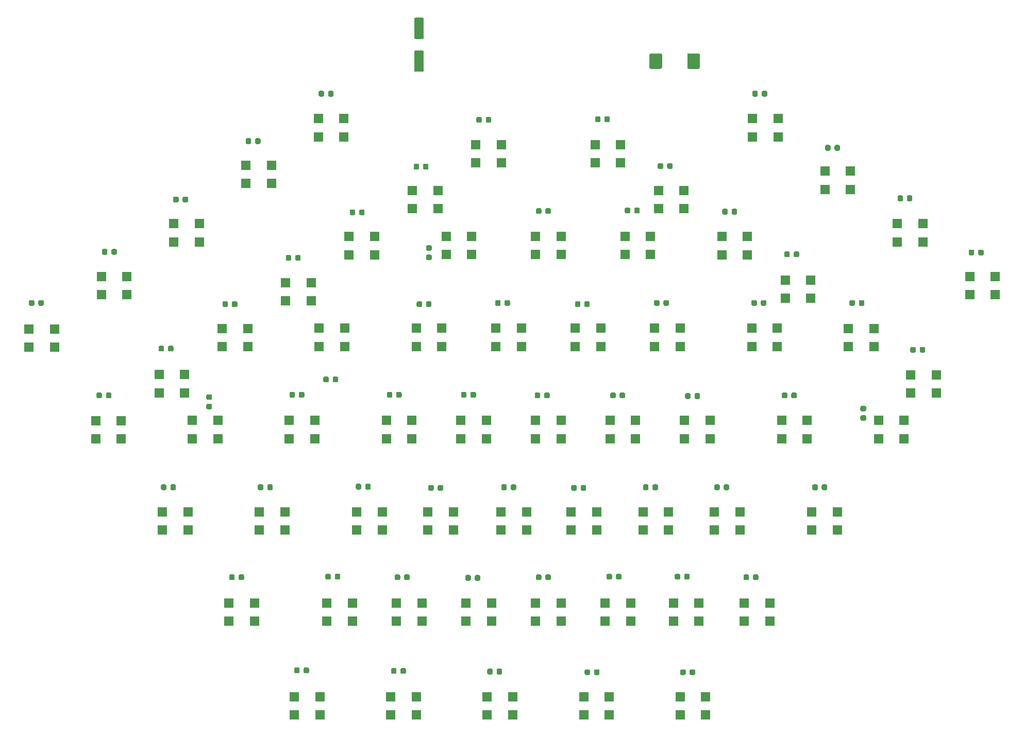
<source format=gbr>
%TF.GenerationSoftware,KiCad,Pcbnew,(5.1.7-0-10_14)*%
%TF.CreationDate,2021-04-08T12:21:10+02:00*%
%TF.ProjectId,MDMA,4d444d41-2e6b-4696-9361-645f70636258,rev?*%
%TF.SameCoordinates,Original*%
%TF.FileFunction,Paste,Top*%
%TF.FilePolarity,Positive*%
%FSLAX46Y46*%
G04 Gerber Fmt 4.6, Leading zero omitted, Abs format (unit mm)*
G04 Created by KiCad (PCBNEW (5.1.7-0-10_14)) date 2021-04-08 12:21:10*
%MOMM*%
%LPD*%
G01*
G04 APERTURE LIST*
%ADD10R,1.500000X1.500000*%
G04 APERTURE END LIST*
%TO.C,C64*%
G36*
G01*
X167975000Y-64925000D02*
X167975000Y-62875000D01*
G75*
G02*
X168225000Y-62625000I250000J0D01*
G01*
X169800000Y-62625000D01*
G75*
G02*
X170050000Y-62875000I0J-250000D01*
G01*
X170050000Y-64925000D01*
G75*
G02*
X169800000Y-65175000I-250000J0D01*
G01*
X168225000Y-65175000D01*
G75*
G02*
X167975000Y-64925000I0J250000D01*
G01*
G37*
G36*
G01*
X161750000Y-64925000D02*
X161750000Y-62875000D01*
G75*
G02*
X162000000Y-62625000I250000J0D01*
G01*
X163575000Y-62625000D01*
G75*
G02*
X163825000Y-62875000I0J-250000D01*
G01*
X163825000Y-64925000D01*
G75*
G02*
X163575000Y-65175000I-250000J0D01*
G01*
X162000000Y-65175000D01*
G75*
G02*
X161750000Y-64925000I0J250000D01*
G01*
G37*
%TD*%
%TO.C,C63*%
G36*
G01*
X124450000Y-60250000D02*
X123350000Y-60250000D01*
G75*
G02*
X123100000Y-60000000I0J250000D01*
G01*
X123100000Y-57000000D01*
G75*
G02*
X123350000Y-56750000I250000J0D01*
G01*
X124450000Y-56750000D01*
G75*
G02*
X124700000Y-57000000I0J-250000D01*
G01*
X124700000Y-60000000D01*
G75*
G02*
X124450000Y-60250000I-250000J0D01*
G01*
G37*
G36*
G01*
X124450000Y-65650000D02*
X123350000Y-65650000D01*
G75*
G02*
X123100000Y-65400000I0J250000D01*
G01*
X123100000Y-62400000D01*
G75*
G02*
X123350000Y-62150000I250000J0D01*
G01*
X124450000Y-62150000D01*
G75*
G02*
X124700000Y-62400000I0J-250000D01*
G01*
X124700000Y-65400000D01*
G75*
G02*
X124450000Y-65650000I-250000J0D01*
G01*
G37*
%TD*%
%TO.C,C1*%
G36*
G01*
X168365000Y-164600000D02*
X168365000Y-164100000D01*
G75*
G02*
X168590000Y-163875000I225000J0D01*
G01*
X169040000Y-163875000D01*
G75*
G02*
X169265000Y-164100000I0J-225000D01*
G01*
X169265000Y-164600000D01*
G75*
G02*
X169040000Y-164825000I-225000J0D01*
G01*
X168590000Y-164825000D01*
G75*
G02*
X168365000Y-164600000I0J225000D01*
G01*
G37*
G36*
G01*
X166815000Y-164600000D02*
X166815000Y-164100000D01*
G75*
G02*
X167040000Y-163875000I225000J0D01*
G01*
X167490000Y-163875000D01*
G75*
G02*
X167715000Y-164100000I0J-225000D01*
G01*
X167715000Y-164600000D01*
G75*
G02*
X167490000Y-164825000I-225000J0D01*
G01*
X167040000Y-164825000D01*
G75*
G02*
X166815000Y-164600000I0J225000D01*
G01*
G37*
%TD*%
%TO.C,C2*%
G36*
G01*
X152665000Y-164600000D02*
X152665000Y-164100000D01*
G75*
G02*
X152890000Y-163875000I225000J0D01*
G01*
X153340000Y-163875000D01*
G75*
G02*
X153565000Y-164100000I0J-225000D01*
G01*
X153565000Y-164600000D01*
G75*
G02*
X153340000Y-164825000I-225000J0D01*
G01*
X152890000Y-164825000D01*
G75*
G02*
X152665000Y-164600000I0J225000D01*
G01*
G37*
G36*
G01*
X151115000Y-164600000D02*
X151115000Y-164100000D01*
G75*
G02*
X151340000Y-163875000I225000J0D01*
G01*
X151790000Y-163875000D01*
G75*
G02*
X152015000Y-164100000I0J-225000D01*
G01*
X152015000Y-164600000D01*
G75*
G02*
X151790000Y-164825000I-225000J0D01*
G01*
X151340000Y-164825000D01*
G75*
G02*
X151115000Y-164600000I0J225000D01*
G01*
G37*
%TD*%
%TO.C,C3*%
G36*
G01*
X162265000Y-134200000D02*
X162265000Y-133700000D01*
G75*
G02*
X162490000Y-133475000I225000J0D01*
G01*
X162940000Y-133475000D01*
G75*
G02*
X163165000Y-133700000I0J-225000D01*
G01*
X163165000Y-134200000D01*
G75*
G02*
X162940000Y-134425000I-225000J0D01*
G01*
X162490000Y-134425000D01*
G75*
G02*
X162265000Y-134200000I0J225000D01*
G01*
G37*
G36*
G01*
X160715000Y-134200000D02*
X160715000Y-133700000D01*
G75*
G02*
X160940000Y-133475000I225000J0D01*
G01*
X161390000Y-133475000D01*
G75*
G02*
X161615000Y-133700000I0J-225000D01*
G01*
X161615000Y-134200000D01*
G75*
G02*
X161390000Y-134425000I-225000J0D01*
G01*
X160940000Y-134425000D01*
G75*
G02*
X160715000Y-134200000I0J225000D01*
G01*
G37*
%TD*%
%TO.C,C4*%
G36*
G01*
X136665000Y-164500000D02*
X136665000Y-164000000D01*
G75*
G02*
X136890000Y-163775000I225000J0D01*
G01*
X137340000Y-163775000D01*
G75*
G02*
X137565000Y-164000000I0J-225000D01*
G01*
X137565000Y-164500000D01*
G75*
G02*
X137340000Y-164725000I-225000J0D01*
G01*
X136890000Y-164725000D01*
G75*
G02*
X136665000Y-164500000I0J225000D01*
G01*
G37*
G36*
G01*
X135115000Y-164500000D02*
X135115000Y-164000000D01*
G75*
G02*
X135340000Y-163775000I225000J0D01*
G01*
X135790000Y-163775000D01*
G75*
G02*
X136015000Y-164000000I0J-225000D01*
G01*
X136015000Y-164500000D01*
G75*
G02*
X135790000Y-164725000I-225000J0D01*
G01*
X135340000Y-164725000D01*
G75*
G02*
X135115000Y-164500000I0J225000D01*
G01*
G37*
%TD*%
%TO.C,C5*%
G36*
G01*
X173965000Y-134200000D02*
X173965000Y-133700000D01*
G75*
G02*
X174190000Y-133475000I225000J0D01*
G01*
X174640000Y-133475000D01*
G75*
G02*
X174865000Y-133700000I0J-225000D01*
G01*
X174865000Y-134200000D01*
G75*
G02*
X174640000Y-134425000I-225000J0D01*
G01*
X174190000Y-134425000D01*
G75*
G02*
X173965000Y-134200000I0J225000D01*
G01*
G37*
G36*
G01*
X172415000Y-134200000D02*
X172415000Y-133700000D01*
G75*
G02*
X172640000Y-133475000I225000J0D01*
G01*
X173090000Y-133475000D01*
G75*
G02*
X173315000Y-133700000I0J-225000D01*
G01*
X173315000Y-134200000D01*
G75*
G02*
X173090000Y-134425000I-225000J0D01*
G01*
X172640000Y-134425000D01*
G75*
G02*
X172415000Y-134200000I0J225000D01*
G01*
G37*
%TD*%
%TO.C,C6*%
G36*
G01*
X150465000Y-134300000D02*
X150465000Y-133800000D01*
G75*
G02*
X150690000Y-133575000I225000J0D01*
G01*
X151140000Y-133575000D01*
G75*
G02*
X151365000Y-133800000I0J-225000D01*
G01*
X151365000Y-134300000D01*
G75*
G02*
X151140000Y-134525000I-225000J0D01*
G01*
X150690000Y-134525000D01*
G75*
G02*
X150465000Y-134300000I0J225000D01*
G01*
G37*
G36*
G01*
X148915000Y-134300000D02*
X148915000Y-133800000D01*
G75*
G02*
X149140000Y-133575000I225000J0D01*
G01*
X149590000Y-133575000D01*
G75*
G02*
X149815000Y-133800000I0J-225000D01*
G01*
X149815000Y-134300000D01*
G75*
G02*
X149590000Y-134525000I-225000J0D01*
G01*
X149140000Y-134525000D01*
G75*
G02*
X148915000Y-134300000I0J225000D01*
G01*
G37*
%TD*%
%TO.C,C7*%
G36*
G01*
X120865000Y-164400000D02*
X120865000Y-163900000D01*
G75*
G02*
X121090000Y-163675000I225000J0D01*
G01*
X121540000Y-163675000D01*
G75*
G02*
X121765000Y-163900000I0J-225000D01*
G01*
X121765000Y-164400000D01*
G75*
G02*
X121540000Y-164625000I-225000J0D01*
G01*
X121090000Y-164625000D01*
G75*
G02*
X120865000Y-164400000I0J225000D01*
G01*
G37*
G36*
G01*
X119315000Y-164400000D02*
X119315000Y-163900000D01*
G75*
G02*
X119540000Y-163675000I225000J0D01*
G01*
X119990000Y-163675000D01*
G75*
G02*
X120215000Y-163900000I0J-225000D01*
G01*
X120215000Y-164400000D01*
G75*
G02*
X119990000Y-164625000I-225000J0D01*
G01*
X119540000Y-164625000D01*
G75*
G02*
X119315000Y-164400000I0J225000D01*
G01*
G37*
%TD*%
%TO.C,C8*%
G36*
G01*
X190065000Y-134200000D02*
X190065000Y-133700000D01*
G75*
G02*
X190290000Y-133475000I225000J0D01*
G01*
X190740000Y-133475000D01*
G75*
G02*
X190965000Y-133700000I0J-225000D01*
G01*
X190965000Y-134200000D01*
G75*
G02*
X190740000Y-134425000I-225000J0D01*
G01*
X190290000Y-134425000D01*
G75*
G02*
X190065000Y-134200000I0J225000D01*
G01*
G37*
G36*
G01*
X188515000Y-134200000D02*
X188515000Y-133700000D01*
G75*
G02*
X188740000Y-133475000I225000J0D01*
G01*
X189190000Y-133475000D01*
G75*
G02*
X189415000Y-133700000I0J-225000D01*
G01*
X189415000Y-134200000D01*
G75*
G02*
X189190000Y-134425000I-225000J0D01*
G01*
X188740000Y-134425000D01*
G75*
G02*
X188515000Y-134200000I0J225000D01*
G01*
G37*
%TD*%
%TO.C,C9*%
G36*
G01*
X138965000Y-134200000D02*
X138965000Y-133700000D01*
G75*
G02*
X139190000Y-133475000I225000J0D01*
G01*
X139640000Y-133475000D01*
G75*
G02*
X139865000Y-133700000I0J-225000D01*
G01*
X139865000Y-134200000D01*
G75*
G02*
X139640000Y-134425000I-225000J0D01*
G01*
X139190000Y-134425000D01*
G75*
G02*
X138965000Y-134200000I0J225000D01*
G01*
G37*
G36*
G01*
X137415000Y-134200000D02*
X137415000Y-133700000D01*
G75*
G02*
X137640000Y-133475000I225000J0D01*
G01*
X138090000Y-133475000D01*
G75*
G02*
X138315000Y-133700000I0J-225000D01*
G01*
X138315000Y-134200000D01*
G75*
G02*
X138090000Y-134425000I-225000J0D01*
G01*
X137640000Y-134425000D01*
G75*
G02*
X137415000Y-134200000I0J225000D01*
G01*
G37*
%TD*%
%TO.C,C10*%
G36*
G01*
X104940000Y-164300000D02*
X104940000Y-163800000D01*
G75*
G02*
X105165000Y-163575000I225000J0D01*
G01*
X105615000Y-163575000D01*
G75*
G02*
X105840000Y-163800000I0J-225000D01*
G01*
X105840000Y-164300000D01*
G75*
G02*
X105615000Y-164525000I-225000J0D01*
G01*
X105165000Y-164525000D01*
G75*
G02*
X104940000Y-164300000I0J225000D01*
G01*
G37*
G36*
G01*
X103390000Y-164300000D02*
X103390000Y-163800000D01*
G75*
G02*
X103615000Y-163575000I225000J0D01*
G01*
X104065000Y-163575000D01*
G75*
G02*
X104290000Y-163800000I0J-225000D01*
G01*
X104290000Y-164300000D01*
G75*
G02*
X104065000Y-164525000I-225000J0D01*
G01*
X103615000Y-164525000D01*
G75*
G02*
X103390000Y-164300000I0J225000D01*
G01*
G37*
%TD*%
%TO.C,C11*%
G36*
G01*
X115065000Y-134100000D02*
X115065000Y-133600000D01*
G75*
G02*
X115290000Y-133375000I225000J0D01*
G01*
X115740000Y-133375000D01*
G75*
G02*
X115965000Y-133600000I0J-225000D01*
G01*
X115965000Y-134100000D01*
G75*
G02*
X115740000Y-134325000I-225000J0D01*
G01*
X115290000Y-134325000D01*
G75*
G02*
X115065000Y-134100000I0J225000D01*
G01*
G37*
G36*
G01*
X113515000Y-134100000D02*
X113515000Y-133600000D01*
G75*
G02*
X113740000Y-133375000I225000J0D01*
G01*
X114190000Y-133375000D01*
G75*
G02*
X114415000Y-133600000I0J-225000D01*
G01*
X114415000Y-134100000D01*
G75*
G02*
X114190000Y-134325000I-225000J0D01*
G01*
X113740000Y-134325000D01*
G75*
G02*
X113515000Y-134100000I0J225000D01*
G01*
G37*
%TD*%
%TO.C,C12*%
G36*
G01*
X178765000Y-149000000D02*
X178765000Y-148500000D01*
G75*
G02*
X178990000Y-148275000I225000J0D01*
G01*
X179440000Y-148275000D01*
G75*
G02*
X179665000Y-148500000I0J-225000D01*
G01*
X179665000Y-149000000D01*
G75*
G02*
X179440000Y-149225000I-225000J0D01*
G01*
X178990000Y-149225000D01*
G75*
G02*
X178765000Y-149000000I0J225000D01*
G01*
G37*
G36*
G01*
X177215000Y-149000000D02*
X177215000Y-148500000D01*
G75*
G02*
X177440000Y-148275000I225000J0D01*
G01*
X177890000Y-148275000D01*
G75*
G02*
X178115000Y-148500000I0J-225000D01*
G01*
X178115000Y-149000000D01*
G75*
G02*
X177890000Y-149225000I-225000J0D01*
G01*
X177440000Y-149225000D01*
G75*
G02*
X177215000Y-149000000I0J225000D01*
G01*
G37*
%TD*%
%TO.C,C13*%
G36*
G01*
X126965000Y-134300000D02*
X126965000Y-133800000D01*
G75*
G02*
X127190000Y-133575000I225000J0D01*
G01*
X127640000Y-133575000D01*
G75*
G02*
X127865000Y-133800000I0J-225000D01*
G01*
X127865000Y-134300000D01*
G75*
G02*
X127640000Y-134525000I-225000J0D01*
G01*
X127190000Y-134525000D01*
G75*
G02*
X126965000Y-134300000I0J225000D01*
G01*
G37*
G36*
G01*
X125415000Y-134300000D02*
X125415000Y-133800000D01*
G75*
G02*
X125640000Y-133575000I225000J0D01*
G01*
X126090000Y-133575000D01*
G75*
G02*
X126315000Y-133800000I0J-225000D01*
G01*
X126315000Y-134300000D01*
G75*
G02*
X126090000Y-134525000I-225000J0D01*
G01*
X125640000Y-134525000D01*
G75*
G02*
X125415000Y-134300000I0J225000D01*
G01*
G37*
%TD*%
%TO.C,C14*%
G36*
G01*
X94265000Y-149000000D02*
X94265000Y-148500000D01*
G75*
G02*
X94490000Y-148275000I225000J0D01*
G01*
X94940000Y-148275000D01*
G75*
G02*
X95165000Y-148500000I0J-225000D01*
G01*
X95165000Y-149000000D01*
G75*
G02*
X94940000Y-149225000I-225000J0D01*
G01*
X94490000Y-149225000D01*
G75*
G02*
X94265000Y-149000000I0J225000D01*
G01*
G37*
G36*
G01*
X92715000Y-149000000D02*
X92715000Y-148500000D01*
G75*
G02*
X92940000Y-148275000I225000J0D01*
G01*
X93390000Y-148275000D01*
G75*
G02*
X93615000Y-148500000I0J-225000D01*
G01*
X93615000Y-149000000D01*
G75*
G02*
X93390000Y-149225000I-225000J0D01*
G01*
X92940000Y-149225000D01*
G75*
G02*
X92715000Y-149000000I0J225000D01*
G01*
G37*
%TD*%
%TO.C,C15*%
G36*
G01*
X185065000Y-119100000D02*
X185065000Y-118600000D01*
G75*
G02*
X185290000Y-118375000I225000J0D01*
G01*
X185740000Y-118375000D01*
G75*
G02*
X185965000Y-118600000I0J-225000D01*
G01*
X185965000Y-119100000D01*
G75*
G02*
X185740000Y-119325000I-225000J0D01*
G01*
X185290000Y-119325000D01*
G75*
G02*
X185065000Y-119100000I0J225000D01*
G01*
G37*
G36*
G01*
X183515000Y-119100000D02*
X183515000Y-118600000D01*
G75*
G02*
X183740000Y-118375000I225000J0D01*
G01*
X184190000Y-118375000D01*
G75*
G02*
X184415000Y-118600000I0J-225000D01*
G01*
X184415000Y-119100000D01*
G75*
G02*
X184190000Y-119325000I-225000J0D01*
G01*
X183740000Y-119325000D01*
G75*
G02*
X183515000Y-119100000I0J225000D01*
G01*
G37*
%TD*%
%TO.C,C16*%
G36*
G01*
X167465000Y-148900000D02*
X167465000Y-148400000D01*
G75*
G02*
X167690000Y-148175000I225000J0D01*
G01*
X168140000Y-148175000D01*
G75*
G02*
X168365000Y-148400000I0J-225000D01*
G01*
X168365000Y-148900000D01*
G75*
G02*
X168140000Y-149125000I-225000J0D01*
G01*
X167690000Y-149125000D01*
G75*
G02*
X167465000Y-148900000I0J225000D01*
G01*
G37*
G36*
G01*
X165915000Y-148900000D02*
X165915000Y-148400000D01*
G75*
G02*
X166140000Y-148175000I225000J0D01*
G01*
X166590000Y-148175000D01*
G75*
G02*
X166815000Y-148400000I0J-225000D01*
G01*
X166815000Y-148900000D01*
G75*
G02*
X166590000Y-149125000I-225000J0D01*
G01*
X166140000Y-149125000D01*
G75*
G02*
X165915000Y-148900000I0J225000D01*
G01*
G37*
%TD*%
%TO.C,C17*%
G36*
G01*
X72465000Y-119100000D02*
X72465000Y-118600000D01*
G75*
G02*
X72690000Y-118375000I225000J0D01*
G01*
X73140000Y-118375000D01*
G75*
G02*
X73365000Y-118600000I0J-225000D01*
G01*
X73365000Y-119100000D01*
G75*
G02*
X73140000Y-119325000I-225000J0D01*
G01*
X72690000Y-119325000D01*
G75*
G02*
X72465000Y-119100000I0J225000D01*
G01*
G37*
G36*
G01*
X70915000Y-119100000D02*
X70915000Y-118600000D01*
G75*
G02*
X71140000Y-118375000I225000J0D01*
G01*
X71590000Y-118375000D01*
G75*
G02*
X71815000Y-118600000I0J-225000D01*
G01*
X71815000Y-119100000D01*
G75*
G02*
X71590000Y-119325000I-225000J0D01*
G01*
X71140000Y-119325000D01*
G75*
G02*
X70915000Y-119100000I0J225000D01*
G01*
G37*
%TD*%
%TO.C,C18*%
G36*
G01*
X110065000Y-148900000D02*
X110065000Y-148400000D01*
G75*
G02*
X110290000Y-148175000I225000J0D01*
G01*
X110740000Y-148175000D01*
G75*
G02*
X110965000Y-148400000I0J-225000D01*
G01*
X110965000Y-148900000D01*
G75*
G02*
X110740000Y-149125000I-225000J0D01*
G01*
X110290000Y-149125000D01*
G75*
G02*
X110065000Y-148900000I0J225000D01*
G01*
G37*
G36*
G01*
X108515000Y-148900000D02*
X108515000Y-148400000D01*
G75*
G02*
X108740000Y-148175000I225000J0D01*
G01*
X109190000Y-148175000D01*
G75*
G02*
X109415000Y-148400000I0J-225000D01*
G01*
X109415000Y-148900000D01*
G75*
G02*
X109190000Y-149125000I-225000J0D01*
G01*
X108740000Y-149125000D01*
G75*
G02*
X108515000Y-148900000I0J225000D01*
G01*
G37*
%TD*%
%TO.C,C19*%
G36*
G01*
X98965000Y-134200000D02*
X98965000Y-133700000D01*
G75*
G02*
X99190000Y-133475000I225000J0D01*
G01*
X99640000Y-133475000D01*
G75*
G02*
X99865000Y-133700000I0J-225000D01*
G01*
X99865000Y-134200000D01*
G75*
G02*
X99640000Y-134425000I-225000J0D01*
G01*
X99190000Y-134425000D01*
G75*
G02*
X98965000Y-134200000I0J225000D01*
G01*
G37*
G36*
G01*
X97415000Y-134200000D02*
X97415000Y-133700000D01*
G75*
G02*
X97640000Y-133475000I225000J0D01*
G01*
X98090000Y-133475000D01*
G75*
G02*
X98315000Y-133700000I0J-225000D01*
G01*
X98315000Y-134200000D01*
G75*
G02*
X98090000Y-134425000I-225000J0D01*
G01*
X97640000Y-134425000D01*
G75*
G02*
X97415000Y-134200000I0J225000D01*
G01*
G37*
%TD*%
%TO.C,C20*%
G36*
G01*
X156865000Y-119100000D02*
X156865000Y-118600000D01*
G75*
G02*
X157090000Y-118375000I225000J0D01*
G01*
X157540000Y-118375000D01*
G75*
G02*
X157765000Y-118600000I0J-225000D01*
G01*
X157765000Y-119100000D01*
G75*
G02*
X157540000Y-119325000I-225000J0D01*
G01*
X157090000Y-119325000D01*
G75*
G02*
X156865000Y-119100000I0J225000D01*
G01*
G37*
G36*
G01*
X155315000Y-119100000D02*
X155315000Y-118600000D01*
G75*
G02*
X155540000Y-118375000I225000J0D01*
G01*
X155990000Y-118375000D01*
G75*
G02*
X156215000Y-118600000I0J-225000D01*
G01*
X156215000Y-119100000D01*
G75*
G02*
X155990000Y-119325000I-225000J0D01*
G01*
X155540000Y-119325000D01*
G75*
G02*
X155315000Y-119100000I0J225000D01*
G01*
G37*
%TD*%
%TO.C,C21*%
G36*
G01*
X156265000Y-148900000D02*
X156265000Y-148400000D01*
G75*
G02*
X156490000Y-148175000I225000J0D01*
G01*
X156940000Y-148175000D01*
G75*
G02*
X157165000Y-148400000I0J-225000D01*
G01*
X157165000Y-148900000D01*
G75*
G02*
X156940000Y-149125000I-225000J0D01*
G01*
X156490000Y-149125000D01*
G75*
G02*
X156265000Y-148900000I0J225000D01*
G01*
G37*
G36*
G01*
X154715000Y-148900000D02*
X154715000Y-148400000D01*
G75*
G02*
X154940000Y-148175000I225000J0D01*
G01*
X155390000Y-148175000D01*
G75*
G02*
X155615000Y-148400000I0J-225000D01*
G01*
X155615000Y-148900000D01*
G75*
G02*
X155390000Y-149125000I-225000J0D01*
G01*
X154940000Y-149125000D01*
G75*
G02*
X154715000Y-148900000I0J225000D01*
G01*
G37*
%TD*%
%TO.C,C22*%
G36*
G01*
X93165000Y-104100000D02*
X93165000Y-103600000D01*
G75*
G02*
X93390000Y-103375000I225000J0D01*
G01*
X93840000Y-103375000D01*
G75*
G02*
X94065000Y-103600000I0J-225000D01*
G01*
X94065000Y-104100000D01*
G75*
G02*
X93840000Y-104325000I-225000J0D01*
G01*
X93390000Y-104325000D01*
G75*
G02*
X93165000Y-104100000I0J225000D01*
G01*
G37*
G36*
G01*
X91615000Y-104100000D02*
X91615000Y-103600000D01*
G75*
G02*
X91840000Y-103375000I225000J0D01*
G01*
X92290000Y-103375000D01*
G75*
G02*
X92515000Y-103600000I0J-225000D01*
G01*
X92515000Y-104100000D01*
G75*
G02*
X92290000Y-104325000I-225000J0D01*
G01*
X91840000Y-104325000D01*
G75*
G02*
X91615000Y-104100000I0J225000D01*
G01*
G37*
%TD*%
%TO.C,C23*%
G36*
G01*
X83065000Y-134200000D02*
X83065000Y-133700000D01*
G75*
G02*
X83290000Y-133475000I225000J0D01*
G01*
X83740000Y-133475000D01*
G75*
G02*
X83965000Y-133700000I0J-225000D01*
G01*
X83965000Y-134200000D01*
G75*
G02*
X83740000Y-134425000I-225000J0D01*
G01*
X83290000Y-134425000D01*
G75*
G02*
X83065000Y-134200000I0J225000D01*
G01*
G37*
G36*
G01*
X81515000Y-134200000D02*
X81515000Y-133700000D01*
G75*
G02*
X81740000Y-133475000I225000J0D01*
G01*
X82190000Y-133475000D01*
G75*
G02*
X82415000Y-133700000I0J-225000D01*
G01*
X82415000Y-134200000D01*
G75*
G02*
X82190000Y-134425000I-225000J0D01*
G01*
X81740000Y-134425000D01*
G75*
G02*
X81515000Y-134200000I0J225000D01*
G01*
G37*
%TD*%
%TO.C,C24*%
G36*
G01*
X121465000Y-149000000D02*
X121465000Y-148500000D01*
G75*
G02*
X121690000Y-148275000I225000J0D01*
G01*
X122140000Y-148275000D01*
G75*
G02*
X122365000Y-148500000I0J-225000D01*
G01*
X122365000Y-149000000D01*
G75*
G02*
X122140000Y-149225000I-225000J0D01*
G01*
X121690000Y-149225000D01*
G75*
G02*
X121465000Y-149000000I0J225000D01*
G01*
G37*
G36*
G01*
X119915000Y-149000000D02*
X119915000Y-148500000D01*
G75*
G02*
X120140000Y-148275000I225000J0D01*
G01*
X120590000Y-148275000D01*
G75*
G02*
X120815000Y-148500000I0J-225000D01*
G01*
X120815000Y-149000000D01*
G75*
G02*
X120590000Y-149225000I-225000J0D01*
G01*
X120140000Y-149225000D01*
G75*
G02*
X119915000Y-149000000I0J225000D01*
G01*
G37*
%TD*%
%TO.C,C25*%
G36*
G01*
X180065000Y-103900000D02*
X180065000Y-103400000D01*
G75*
G02*
X180290000Y-103175000I225000J0D01*
G01*
X180740000Y-103175000D01*
G75*
G02*
X180965000Y-103400000I0J-225000D01*
G01*
X180965000Y-103900000D01*
G75*
G02*
X180740000Y-104125000I-225000J0D01*
G01*
X180290000Y-104125000D01*
G75*
G02*
X180065000Y-103900000I0J225000D01*
G01*
G37*
G36*
G01*
X178515000Y-103900000D02*
X178515000Y-103400000D01*
G75*
G02*
X178740000Y-103175000I225000J0D01*
G01*
X179190000Y-103175000D01*
G75*
G02*
X179415000Y-103400000I0J-225000D01*
G01*
X179415000Y-103900000D01*
G75*
G02*
X179190000Y-104125000I-225000J0D01*
G01*
X178740000Y-104125000D01*
G75*
G02*
X178515000Y-103900000I0J225000D01*
G01*
G37*
%TD*%
%TO.C,C26*%
G36*
G01*
X144665000Y-149000000D02*
X144665000Y-148500000D01*
G75*
G02*
X144890000Y-148275000I225000J0D01*
G01*
X145340000Y-148275000D01*
G75*
G02*
X145565000Y-148500000I0J-225000D01*
G01*
X145565000Y-149000000D01*
G75*
G02*
X145340000Y-149225000I-225000J0D01*
G01*
X144890000Y-149225000D01*
G75*
G02*
X144665000Y-149000000I0J225000D01*
G01*
G37*
G36*
G01*
X143115000Y-149000000D02*
X143115000Y-148500000D01*
G75*
G02*
X143340000Y-148275000I225000J0D01*
G01*
X143790000Y-148275000D01*
G75*
G02*
X144015000Y-148500000I0J-225000D01*
G01*
X144015000Y-149000000D01*
G75*
G02*
X143790000Y-149225000I-225000J0D01*
G01*
X143340000Y-149225000D01*
G75*
G02*
X143115000Y-149000000I0J225000D01*
G01*
G37*
%TD*%
%TO.C,C27*%
G36*
G01*
X144465000Y-119100000D02*
X144465000Y-118600000D01*
G75*
G02*
X144690000Y-118375000I225000J0D01*
G01*
X145140000Y-118375000D01*
G75*
G02*
X145365000Y-118600000I0J-225000D01*
G01*
X145365000Y-119100000D01*
G75*
G02*
X145140000Y-119325000I-225000J0D01*
G01*
X144690000Y-119325000D01*
G75*
G02*
X144465000Y-119100000I0J225000D01*
G01*
G37*
G36*
G01*
X142915000Y-119100000D02*
X142915000Y-118600000D01*
G75*
G02*
X143140000Y-118375000I225000J0D01*
G01*
X143590000Y-118375000D01*
G75*
G02*
X143815000Y-118600000I0J-225000D01*
G01*
X143815000Y-119100000D01*
G75*
G02*
X143590000Y-119325000I-225000J0D01*
G01*
X143140000Y-119325000D01*
G75*
G02*
X142915000Y-119100000I0J225000D01*
G01*
G37*
%TD*%
%TO.C,C28*%
G36*
G01*
X206165000Y-111600000D02*
X206165000Y-111100000D01*
G75*
G02*
X206390000Y-110875000I225000J0D01*
G01*
X206840000Y-110875000D01*
G75*
G02*
X207065000Y-111100000I0J-225000D01*
G01*
X207065000Y-111600000D01*
G75*
G02*
X206840000Y-111825000I-225000J0D01*
G01*
X206390000Y-111825000D01*
G75*
G02*
X206165000Y-111600000I0J225000D01*
G01*
G37*
G36*
G01*
X204615000Y-111600000D02*
X204615000Y-111100000D01*
G75*
G02*
X204840000Y-110875000I225000J0D01*
G01*
X205290000Y-110875000D01*
G75*
G02*
X205515000Y-111100000I0J-225000D01*
G01*
X205515000Y-111600000D01*
G75*
G02*
X205290000Y-111825000I-225000J0D01*
G01*
X204840000Y-111825000D01*
G75*
G02*
X204615000Y-111600000I0J225000D01*
G01*
G37*
%TD*%
%TO.C,C29*%
G36*
G01*
X197140000Y-121465000D02*
X196640000Y-121465000D01*
G75*
G02*
X196415000Y-121240000I0J225000D01*
G01*
X196415000Y-120790000D01*
G75*
G02*
X196640000Y-120565000I225000J0D01*
G01*
X197140000Y-120565000D01*
G75*
G02*
X197365000Y-120790000I0J-225000D01*
G01*
X197365000Y-121240000D01*
G75*
G02*
X197140000Y-121465000I-225000J0D01*
G01*
G37*
G36*
G01*
X197140000Y-123015000D02*
X196640000Y-123015000D01*
G75*
G02*
X196415000Y-122790000I0J225000D01*
G01*
X196415000Y-122340000D01*
G75*
G02*
X196640000Y-122115000I225000J0D01*
G01*
X197140000Y-122115000D01*
G75*
G02*
X197365000Y-122340000I0J-225000D01*
G01*
X197365000Y-122790000D01*
G75*
G02*
X197140000Y-123015000I-225000J0D01*
G01*
G37*
%TD*%
%TO.C,C30*%
G36*
G01*
X196165000Y-103900000D02*
X196165000Y-103400000D01*
G75*
G02*
X196390000Y-103175000I225000J0D01*
G01*
X196840000Y-103175000D01*
G75*
G02*
X197065000Y-103400000I0J-225000D01*
G01*
X197065000Y-103900000D01*
G75*
G02*
X196840000Y-104125000I-225000J0D01*
G01*
X196390000Y-104125000D01*
G75*
G02*
X196165000Y-103900000I0J225000D01*
G01*
G37*
G36*
G01*
X194615000Y-103900000D02*
X194615000Y-103400000D01*
G75*
G02*
X194840000Y-103175000I225000J0D01*
G01*
X195290000Y-103175000D01*
G75*
G02*
X195515000Y-103400000I0J-225000D01*
G01*
X195515000Y-103900000D01*
G75*
G02*
X195290000Y-104125000I-225000J0D01*
G01*
X194840000Y-104125000D01*
G75*
G02*
X194615000Y-103900000I0J225000D01*
G01*
G37*
%TD*%
%TO.C,C31*%
G36*
G01*
X132365000Y-119000000D02*
X132365000Y-118500000D01*
G75*
G02*
X132590000Y-118275000I225000J0D01*
G01*
X133040000Y-118275000D01*
G75*
G02*
X133265000Y-118500000I0J-225000D01*
G01*
X133265000Y-119000000D01*
G75*
G02*
X133040000Y-119225000I-225000J0D01*
G01*
X132590000Y-119225000D01*
G75*
G02*
X132365000Y-119000000I0J225000D01*
G01*
G37*
G36*
G01*
X130815000Y-119000000D02*
X130815000Y-118500000D01*
G75*
G02*
X131040000Y-118275000I225000J0D01*
G01*
X131490000Y-118275000D01*
G75*
G02*
X131715000Y-118500000I0J-225000D01*
G01*
X131715000Y-119000000D01*
G75*
G02*
X131490000Y-119225000I-225000J0D01*
G01*
X131040000Y-119225000D01*
G75*
G02*
X130815000Y-119000000I0J225000D01*
G01*
G37*
%TD*%
%TO.C,C32*%
G36*
G01*
X133065000Y-149100000D02*
X133065000Y-148600000D01*
G75*
G02*
X133290000Y-148375000I225000J0D01*
G01*
X133740000Y-148375000D01*
G75*
G02*
X133965000Y-148600000I0J-225000D01*
G01*
X133965000Y-149100000D01*
G75*
G02*
X133740000Y-149325000I-225000J0D01*
G01*
X133290000Y-149325000D01*
G75*
G02*
X133065000Y-149100000I0J225000D01*
G01*
G37*
G36*
G01*
X131515000Y-149100000D02*
X131515000Y-148600000D01*
G75*
G02*
X131740000Y-148375000I225000J0D01*
G01*
X132190000Y-148375000D01*
G75*
G02*
X132415000Y-148600000I0J-225000D01*
G01*
X132415000Y-149100000D01*
G75*
G02*
X132190000Y-149325000I-225000J0D01*
G01*
X131740000Y-149325000D01*
G75*
G02*
X131515000Y-149100000I0J225000D01*
G01*
G37*
%TD*%
%TO.C,C33*%
G36*
G01*
X175265000Y-88900000D02*
X175265000Y-88400000D01*
G75*
G02*
X175490000Y-88175000I225000J0D01*
G01*
X175940000Y-88175000D01*
G75*
G02*
X176165000Y-88400000I0J-225000D01*
G01*
X176165000Y-88900000D01*
G75*
G02*
X175940000Y-89125000I-225000J0D01*
G01*
X175490000Y-89125000D01*
G75*
G02*
X175265000Y-88900000I0J225000D01*
G01*
G37*
G36*
G01*
X173715000Y-88900000D02*
X173715000Y-88400000D01*
G75*
G02*
X173940000Y-88175000I225000J0D01*
G01*
X174390000Y-88175000D01*
G75*
G02*
X174615000Y-88400000I0J-225000D01*
G01*
X174615000Y-88900000D01*
G75*
G02*
X174390000Y-89125000I-225000J0D01*
G01*
X173940000Y-89125000D01*
G75*
G02*
X173715000Y-88900000I0J225000D01*
G01*
G37*
%TD*%
%TO.C,C34*%
G36*
G01*
X169165000Y-119200000D02*
X169165000Y-118700000D01*
G75*
G02*
X169390000Y-118475000I225000J0D01*
G01*
X169840000Y-118475000D01*
G75*
G02*
X170065000Y-118700000I0J-225000D01*
G01*
X170065000Y-119200000D01*
G75*
G02*
X169840000Y-119425000I-225000J0D01*
G01*
X169390000Y-119425000D01*
G75*
G02*
X169165000Y-119200000I0J225000D01*
G01*
G37*
G36*
G01*
X167615000Y-119200000D02*
X167615000Y-118700000D01*
G75*
G02*
X167840000Y-118475000I225000J0D01*
G01*
X168290000Y-118475000D01*
G75*
G02*
X168515000Y-118700000I0J-225000D01*
G01*
X168515000Y-119200000D01*
G75*
G02*
X168290000Y-119425000I-225000J0D01*
G01*
X167840000Y-119425000D01*
G75*
G02*
X167615000Y-119200000I0J225000D01*
G01*
G37*
%TD*%
%TO.C,C35*%
G36*
G01*
X215765000Y-95600000D02*
X215765000Y-95100000D01*
G75*
G02*
X215990000Y-94875000I225000J0D01*
G01*
X216440000Y-94875000D01*
G75*
G02*
X216665000Y-95100000I0J-225000D01*
G01*
X216665000Y-95600000D01*
G75*
G02*
X216440000Y-95825000I-225000J0D01*
G01*
X215990000Y-95825000D01*
G75*
G02*
X215765000Y-95600000I0J225000D01*
G01*
G37*
G36*
G01*
X214215000Y-95600000D02*
X214215000Y-95100000D01*
G75*
G02*
X214440000Y-94875000I225000J0D01*
G01*
X214890000Y-94875000D01*
G75*
G02*
X215115000Y-95100000I0J-225000D01*
G01*
X215115000Y-95600000D01*
G75*
G02*
X214890000Y-95825000I-225000J0D01*
G01*
X214440000Y-95825000D01*
G75*
G02*
X214215000Y-95600000I0J225000D01*
G01*
G37*
%TD*%
%TO.C,C36*%
G36*
G01*
X164065000Y-103900000D02*
X164065000Y-103400000D01*
G75*
G02*
X164290000Y-103175000I225000J0D01*
G01*
X164740000Y-103175000D01*
G75*
G02*
X164965000Y-103400000I0J-225000D01*
G01*
X164965000Y-103900000D01*
G75*
G02*
X164740000Y-104125000I-225000J0D01*
G01*
X164290000Y-104125000D01*
G75*
G02*
X164065000Y-103900000I0J225000D01*
G01*
G37*
G36*
G01*
X162515000Y-103900000D02*
X162515000Y-103400000D01*
G75*
G02*
X162740000Y-103175000I225000J0D01*
G01*
X163190000Y-103175000D01*
G75*
G02*
X163415000Y-103400000I0J-225000D01*
G01*
X163415000Y-103900000D01*
G75*
G02*
X163190000Y-104125000I-225000J0D01*
G01*
X162740000Y-104125000D01*
G75*
G02*
X162515000Y-103900000I0J225000D01*
G01*
G37*
%TD*%
%TO.C,C37*%
G36*
G01*
X104165000Y-119000000D02*
X104165000Y-118500000D01*
G75*
G02*
X104390000Y-118275000I225000J0D01*
G01*
X104840000Y-118275000D01*
G75*
G02*
X105065000Y-118500000I0J-225000D01*
G01*
X105065000Y-119000000D01*
G75*
G02*
X104840000Y-119225000I-225000J0D01*
G01*
X104390000Y-119225000D01*
G75*
G02*
X104165000Y-119000000I0J225000D01*
G01*
G37*
G36*
G01*
X102615000Y-119000000D02*
X102615000Y-118500000D01*
G75*
G02*
X102840000Y-118275000I225000J0D01*
G01*
X103290000Y-118275000D01*
G75*
G02*
X103515000Y-118500000I0J-225000D01*
G01*
X103515000Y-119000000D01*
G75*
G02*
X103290000Y-119225000I-225000J0D01*
G01*
X102840000Y-119225000D01*
G75*
G02*
X102615000Y-119000000I0J225000D01*
G01*
G37*
%TD*%
%TO.C,C38*%
G36*
G01*
X180215000Y-69500000D02*
X180215000Y-69000000D01*
G75*
G02*
X180440000Y-68775000I225000J0D01*
G01*
X180890000Y-68775000D01*
G75*
G02*
X181115000Y-69000000I0J-225000D01*
G01*
X181115000Y-69500000D01*
G75*
G02*
X180890000Y-69725000I-225000J0D01*
G01*
X180440000Y-69725000D01*
G75*
G02*
X180215000Y-69500000I0J225000D01*
G01*
G37*
G36*
G01*
X178665000Y-69500000D02*
X178665000Y-69000000D01*
G75*
G02*
X178890000Y-68775000I225000J0D01*
G01*
X179340000Y-68775000D01*
G75*
G02*
X179565000Y-69000000I0J-225000D01*
G01*
X179565000Y-69500000D01*
G75*
G02*
X179340000Y-69725000I-225000J0D01*
G01*
X178890000Y-69725000D01*
G75*
G02*
X178665000Y-69500000I0J225000D01*
G01*
G37*
%TD*%
%TO.C,C39*%
G36*
G01*
X185465000Y-95900000D02*
X185465000Y-95400000D01*
G75*
G02*
X185690000Y-95175000I225000J0D01*
G01*
X186140000Y-95175000D01*
G75*
G02*
X186365000Y-95400000I0J-225000D01*
G01*
X186365000Y-95900000D01*
G75*
G02*
X186140000Y-96125000I-225000J0D01*
G01*
X185690000Y-96125000D01*
G75*
G02*
X185465000Y-95900000I0J225000D01*
G01*
G37*
G36*
G01*
X183915000Y-95900000D02*
X183915000Y-95400000D01*
G75*
G02*
X184140000Y-95175000I225000J0D01*
G01*
X184590000Y-95175000D01*
G75*
G02*
X184815000Y-95400000I0J-225000D01*
G01*
X184815000Y-95900000D01*
G75*
G02*
X184590000Y-96125000I-225000J0D01*
G01*
X184140000Y-96125000D01*
G75*
G02*
X183915000Y-95900000I0J225000D01*
G01*
G37*
%TD*%
%TO.C,C40*%
G36*
G01*
X89180000Y-120225000D02*
X89680000Y-120225000D01*
G75*
G02*
X89905000Y-120450000I0J-225000D01*
G01*
X89905000Y-120900000D01*
G75*
G02*
X89680000Y-121125000I-225000J0D01*
G01*
X89180000Y-121125000D01*
G75*
G02*
X88955000Y-120900000I0J225000D01*
G01*
X88955000Y-120450000D01*
G75*
G02*
X89180000Y-120225000I225000J0D01*
G01*
G37*
G36*
G01*
X89180000Y-118675000D02*
X89680000Y-118675000D01*
G75*
G02*
X89905000Y-118900000I0J-225000D01*
G01*
X89905000Y-119350000D01*
G75*
G02*
X89680000Y-119575000I-225000J0D01*
G01*
X89180000Y-119575000D01*
G75*
G02*
X88955000Y-119350000I0J225000D01*
G01*
X88955000Y-118900000D01*
G75*
G02*
X89180000Y-118675000I225000J0D01*
G01*
G37*
%TD*%
%TO.C,C41*%
G36*
G01*
X124565000Y-81500000D02*
X124565000Y-81000000D01*
G75*
G02*
X124790000Y-80775000I225000J0D01*
G01*
X125240000Y-80775000D01*
G75*
G02*
X125465000Y-81000000I0J-225000D01*
G01*
X125465000Y-81500000D01*
G75*
G02*
X125240000Y-81725000I-225000J0D01*
G01*
X124790000Y-81725000D01*
G75*
G02*
X124565000Y-81500000I0J225000D01*
G01*
G37*
G36*
G01*
X123015000Y-81500000D02*
X123015000Y-81000000D01*
G75*
G02*
X123240000Y-80775000I225000J0D01*
G01*
X123690000Y-80775000D01*
G75*
G02*
X123915000Y-81000000I0J-225000D01*
G01*
X123915000Y-81500000D01*
G75*
G02*
X123690000Y-81725000I-225000J0D01*
G01*
X123240000Y-81725000D01*
G75*
G02*
X123015000Y-81500000I0J225000D01*
G01*
G37*
%TD*%
%TO.C,C42*%
G36*
G01*
X120165000Y-119000000D02*
X120165000Y-118500000D01*
G75*
G02*
X120390000Y-118275000I225000J0D01*
G01*
X120840000Y-118275000D01*
G75*
G02*
X121065000Y-118500000I0J-225000D01*
G01*
X121065000Y-119000000D01*
G75*
G02*
X120840000Y-119225000I-225000J0D01*
G01*
X120390000Y-119225000D01*
G75*
G02*
X120165000Y-119000000I0J225000D01*
G01*
G37*
G36*
G01*
X118615000Y-119000000D02*
X118615000Y-118500000D01*
G75*
G02*
X118840000Y-118275000I225000J0D01*
G01*
X119290000Y-118275000D01*
G75*
G02*
X119515000Y-118500000I0J-225000D01*
G01*
X119515000Y-119000000D01*
G75*
G02*
X119290000Y-119225000I-225000J0D01*
G01*
X118840000Y-119225000D01*
G75*
G02*
X118615000Y-119000000I0J225000D01*
G01*
G37*
%TD*%
%TO.C,C43*%
G36*
G01*
X159265000Y-88700000D02*
X159265000Y-88200000D01*
G75*
G02*
X159490000Y-87975000I225000J0D01*
G01*
X159940000Y-87975000D01*
G75*
G02*
X160165000Y-88200000I0J-225000D01*
G01*
X160165000Y-88700000D01*
G75*
G02*
X159940000Y-88925000I-225000J0D01*
G01*
X159490000Y-88925000D01*
G75*
G02*
X159265000Y-88700000I0J225000D01*
G01*
G37*
G36*
G01*
X157715000Y-88700000D02*
X157715000Y-88200000D01*
G75*
G02*
X157940000Y-87975000I225000J0D01*
G01*
X158390000Y-87975000D01*
G75*
G02*
X158615000Y-88200000I0J-225000D01*
G01*
X158615000Y-88700000D01*
G75*
G02*
X158390000Y-88925000I-225000J0D01*
G01*
X157940000Y-88925000D01*
G75*
G02*
X157715000Y-88700000I0J225000D01*
G01*
G37*
%TD*%
%TO.C,C44*%
G36*
G01*
X192165000Y-78400000D02*
X192165000Y-77900000D01*
G75*
G02*
X192390000Y-77675000I225000J0D01*
G01*
X192840000Y-77675000D01*
G75*
G02*
X193065000Y-77900000I0J-225000D01*
G01*
X193065000Y-78400000D01*
G75*
G02*
X192840000Y-78625000I-225000J0D01*
G01*
X192390000Y-78625000D01*
G75*
G02*
X192165000Y-78400000I0J225000D01*
G01*
G37*
G36*
G01*
X190615000Y-78400000D02*
X190615000Y-77900000D01*
G75*
G02*
X190840000Y-77675000I225000J0D01*
G01*
X191290000Y-77675000D01*
G75*
G02*
X191515000Y-77900000I0J-225000D01*
G01*
X191515000Y-78400000D01*
G75*
G02*
X191290000Y-78625000I-225000J0D01*
G01*
X190840000Y-78625000D01*
G75*
G02*
X190615000Y-78400000I0J225000D01*
G01*
G37*
%TD*%
%TO.C,C45*%
G36*
G01*
X151065000Y-104100000D02*
X151065000Y-103600000D01*
G75*
G02*
X151290000Y-103375000I225000J0D01*
G01*
X151740000Y-103375000D01*
G75*
G02*
X151965000Y-103600000I0J-225000D01*
G01*
X151965000Y-104100000D01*
G75*
G02*
X151740000Y-104325000I-225000J0D01*
G01*
X151290000Y-104325000D01*
G75*
G02*
X151065000Y-104100000I0J225000D01*
G01*
G37*
G36*
G01*
X149515000Y-104100000D02*
X149515000Y-103600000D01*
G75*
G02*
X149740000Y-103375000I225000J0D01*
G01*
X150190000Y-103375000D01*
G75*
G02*
X150415000Y-103600000I0J-225000D01*
G01*
X150415000Y-104100000D01*
G75*
G02*
X150190000Y-104325000I-225000J0D01*
G01*
X149740000Y-104325000D01*
G75*
G02*
X149515000Y-104100000I0J225000D01*
G01*
G37*
%TD*%
%TO.C,C46*%
G36*
G01*
X134865000Y-73800000D02*
X134865000Y-73300000D01*
G75*
G02*
X135090000Y-73075000I225000J0D01*
G01*
X135540000Y-73075000D01*
G75*
G02*
X135765000Y-73300000I0J-225000D01*
G01*
X135765000Y-73800000D01*
G75*
G02*
X135540000Y-74025000I-225000J0D01*
G01*
X135090000Y-74025000D01*
G75*
G02*
X134865000Y-73800000I0J225000D01*
G01*
G37*
G36*
G01*
X133315000Y-73800000D02*
X133315000Y-73300000D01*
G75*
G02*
X133540000Y-73075000I225000J0D01*
G01*
X133990000Y-73075000D01*
G75*
G02*
X134215000Y-73300000I0J-225000D01*
G01*
X134215000Y-73800000D01*
G75*
G02*
X133990000Y-74025000I-225000J0D01*
G01*
X133540000Y-74025000D01*
G75*
G02*
X133315000Y-73800000I0J225000D01*
G01*
G37*
%TD*%
%TO.C,C47*%
G36*
G01*
X164665000Y-81400000D02*
X164665000Y-80900000D01*
G75*
G02*
X164890000Y-80675000I225000J0D01*
G01*
X165340000Y-80675000D01*
G75*
G02*
X165565000Y-80900000I0J-225000D01*
G01*
X165565000Y-81400000D01*
G75*
G02*
X165340000Y-81625000I-225000J0D01*
G01*
X164890000Y-81625000D01*
G75*
G02*
X164665000Y-81400000I0J225000D01*
G01*
G37*
G36*
G01*
X163115000Y-81400000D02*
X163115000Y-80900000D01*
G75*
G02*
X163340000Y-80675000I225000J0D01*
G01*
X163790000Y-80675000D01*
G75*
G02*
X164015000Y-80900000I0J-225000D01*
G01*
X164015000Y-81400000D01*
G75*
G02*
X163790000Y-81625000I-225000J0D01*
G01*
X163340000Y-81625000D01*
G75*
G02*
X163115000Y-81400000I0J225000D01*
G01*
G37*
%TD*%
%TO.C,C48*%
G36*
G01*
X82665000Y-111400000D02*
X82665000Y-110900000D01*
G75*
G02*
X82890000Y-110675000I225000J0D01*
G01*
X83340000Y-110675000D01*
G75*
G02*
X83565000Y-110900000I0J-225000D01*
G01*
X83565000Y-111400000D01*
G75*
G02*
X83340000Y-111625000I-225000J0D01*
G01*
X82890000Y-111625000D01*
G75*
G02*
X82665000Y-111400000I0J225000D01*
G01*
G37*
G36*
G01*
X81115000Y-111400000D02*
X81115000Y-110900000D01*
G75*
G02*
X81340000Y-110675000I225000J0D01*
G01*
X81790000Y-110675000D01*
G75*
G02*
X82015000Y-110900000I0J-225000D01*
G01*
X82015000Y-111400000D01*
G75*
G02*
X81790000Y-111625000I-225000J0D01*
G01*
X81340000Y-111625000D01*
G75*
G02*
X81115000Y-111400000I0J225000D01*
G01*
G37*
%TD*%
%TO.C,C49*%
G36*
G01*
X125280000Y-95715000D02*
X125780000Y-95715000D01*
G75*
G02*
X126005000Y-95940000I0J-225000D01*
G01*
X126005000Y-96390000D01*
G75*
G02*
X125780000Y-96615000I-225000J0D01*
G01*
X125280000Y-96615000D01*
G75*
G02*
X125055000Y-96390000I0J225000D01*
G01*
X125055000Y-95940000D01*
G75*
G02*
X125280000Y-95715000I225000J0D01*
G01*
G37*
G36*
G01*
X125280000Y-94165000D02*
X125780000Y-94165000D01*
G75*
G02*
X126005000Y-94390000I0J-225000D01*
G01*
X126005000Y-94840000D01*
G75*
G02*
X125780000Y-95065000I-225000J0D01*
G01*
X125280000Y-95065000D01*
G75*
G02*
X125055000Y-94840000I0J225000D01*
G01*
X125055000Y-94390000D01*
G75*
G02*
X125280000Y-94165000I225000J0D01*
G01*
G37*
%TD*%
%TO.C,C50*%
G36*
G01*
X137965000Y-103900000D02*
X137965000Y-103400000D01*
G75*
G02*
X138190000Y-103175000I225000J0D01*
G01*
X138640000Y-103175000D01*
G75*
G02*
X138865000Y-103400000I0J-225000D01*
G01*
X138865000Y-103900000D01*
G75*
G02*
X138640000Y-104125000I-225000J0D01*
G01*
X138190000Y-104125000D01*
G75*
G02*
X137965000Y-103900000I0J225000D01*
G01*
G37*
G36*
G01*
X136415000Y-103900000D02*
X136415000Y-103400000D01*
G75*
G02*
X136640000Y-103175000I225000J0D01*
G01*
X137090000Y-103175000D01*
G75*
G02*
X137315000Y-103400000I0J-225000D01*
G01*
X137315000Y-103900000D01*
G75*
G02*
X137090000Y-104125000I-225000J0D01*
G01*
X136640000Y-104125000D01*
G75*
G02*
X136415000Y-103900000I0J225000D01*
G01*
G37*
%TD*%
%TO.C,C51*%
G36*
G01*
X144665000Y-88800000D02*
X144665000Y-88300000D01*
G75*
G02*
X144890000Y-88075000I225000J0D01*
G01*
X145340000Y-88075000D01*
G75*
G02*
X145565000Y-88300000I0J-225000D01*
G01*
X145565000Y-88800000D01*
G75*
G02*
X145340000Y-89025000I-225000J0D01*
G01*
X144890000Y-89025000D01*
G75*
G02*
X144665000Y-88800000I0J225000D01*
G01*
G37*
G36*
G01*
X143115000Y-88800000D02*
X143115000Y-88300000D01*
G75*
G02*
X143340000Y-88075000I225000J0D01*
G01*
X143790000Y-88075000D01*
G75*
G02*
X144015000Y-88300000I0J-225000D01*
G01*
X144015000Y-88800000D01*
G75*
G02*
X143790000Y-89025000I-225000J0D01*
G01*
X143340000Y-89025000D01*
G75*
G02*
X143115000Y-88800000I0J225000D01*
G01*
G37*
%TD*%
%TO.C,C52*%
G36*
G01*
X114065000Y-89000000D02*
X114065000Y-88500000D01*
G75*
G02*
X114290000Y-88275000I225000J0D01*
G01*
X114740000Y-88275000D01*
G75*
G02*
X114965000Y-88500000I0J-225000D01*
G01*
X114965000Y-89000000D01*
G75*
G02*
X114740000Y-89225000I-225000J0D01*
G01*
X114290000Y-89225000D01*
G75*
G02*
X114065000Y-89000000I0J225000D01*
G01*
G37*
G36*
G01*
X112515000Y-89000000D02*
X112515000Y-88500000D01*
G75*
G02*
X112740000Y-88275000I225000J0D01*
G01*
X113190000Y-88275000D01*
G75*
G02*
X113415000Y-88500000I0J-225000D01*
G01*
X113415000Y-89000000D01*
G75*
G02*
X113190000Y-89225000I-225000J0D01*
G01*
X112740000Y-89225000D01*
G75*
G02*
X112515000Y-89000000I0J225000D01*
G01*
G37*
%TD*%
%TO.C,C53*%
G36*
G01*
X61365000Y-103900000D02*
X61365000Y-103400000D01*
G75*
G02*
X61590000Y-103175000I225000J0D01*
G01*
X62040000Y-103175000D01*
G75*
G02*
X62265000Y-103400000I0J-225000D01*
G01*
X62265000Y-103900000D01*
G75*
G02*
X62040000Y-104125000I-225000J0D01*
G01*
X61590000Y-104125000D01*
G75*
G02*
X61365000Y-103900000I0J225000D01*
G01*
G37*
G36*
G01*
X59815000Y-103900000D02*
X59815000Y-103400000D01*
G75*
G02*
X60040000Y-103175000I225000J0D01*
G01*
X60490000Y-103175000D01*
G75*
G02*
X60715000Y-103400000I0J-225000D01*
G01*
X60715000Y-103900000D01*
G75*
G02*
X60490000Y-104125000I-225000J0D01*
G01*
X60040000Y-104125000D01*
G75*
G02*
X59815000Y-103900000I0J225000D01*
G01*
G37*
%TD*%
%TO.C,C54*%
G36*
G01*
X109725000Y-116475000D02*
X109725000Y-115975000D01*
G75*
G02*
X109950000Y-115750000I225000J0D01*
G01*
X110400000Y-115750000D01*
G75*
G02*
X110625000Y-115975000I0J-225000D01*
G01*
X110625000Y-116475000D01*
G75*
G02*
X110400000Y-116700000I-225000J0D01*
G01*
X109950000Y-116700000D01*
G75*
G02*
X109725000Y-116475000I0J225000D01*
G01*
G37*
G36*
G01*
X108175000Y-116475000D02*
X108175000Y-115975000D01*
G75*
G02*
X108400000Y-115750000I225000J0D01*
G01*
X108850000Y-115750000D01*
G75*
G02*
X109075000Y-115975000I0J-225000D01*
G01*
X109075000Y-116475000D01*
G75*
G02*
X108850000Y-116700000I-225000J0D01*
G01*
X108400000Y-116700000D01*
G75*
G02*
X108175000Y-116475000I0J225000D01*
G01*
G37*
%TD*%
%TO.C,C55*%
G36*
G01*
X204065000Y-86700000D02*
X204065000Y-86200000D01*
G75*
G02*
X204290000Y-85975000I225000J0D01*
G01*
X204740000Y-85975000D01*
G75*
G02*
X204965000Y-86200000I0J-225000D01*
G01*
X204965000Y-86700000D01*
G75*
G02*
X204740000Y-86925000I-225000J0D01*
G01*
X204290000Y-86925000D01*
G75*
G02*
X204065000Y-86700000I0J225000D01*
G01*
G37*
G36*
G01*
X202515000Y-86700000D02*
X202515000Y-86200000D01*
G75*
G02*
X202740000Y-85975000I225000J0D01*
G01*
X203190000Y-85975000D01*
G75*
G02*
X203415000Y-86200000I0J-225000D01*
G01*
X203415000Y-86700000D01*
G75*
G02*
X203190000Y-86925000I-225000J0D01*
G01*
X202740000Y-86925000D01*
G75*
G02*
X202515000Y-86700000I0J225000D01*
G01*
G37*
%TD*%
%TO.C,C56*%
G36*
G01*
X73365000Y-95500000D02*
X73365000Y-95000000D01*
G75*
G02*
X73590000Y-94775000I225000J0D01*
G01*
X74040000Y-94775000D01*
G75*
G02*
X74265000Y-95000000I0J-225000D01*
G01*
X74265000Y-95500000D01*
G75*
G02*
X74040000Y-95725000I-225000J0D01*
G01*
X73590000Y-95725000D01*
G75*
G02*
X73365000Y-95500000I0J225000D01*
G01*
G37*
G36*
G01*
X71815000Y-95500000D02*
X71815000Y-95000000D01*
G75*
G02*
X72040000Y-94775000I225000J0D01*
G01*
X72490000Y-94775000D01*
G75*
G02*
X72715000Y-95000000I0J-225000D01*
G01*
X72715000Y-95500000D01*
G75*
G02*
X72490000Y-95725000I-225000J0D01*
G01*
X72040000Y-95725000D01*
G75*
G02*
X71815000Y-95500000I0J225000D01*
G01*
G37*
%TD*%
%TO.C,C57*%
G36*
G01*
X85065000Y-86900000D02*
X85065000Y-86400000D01*
G75*
G02*
X85290000Y-86175000I225000J0D01*
G01*
X85740000Y-86175000D01*
G75*
G02*
X85965000Y-86400000I0J-225000D01*
G01*
X85965000Y-86900000D01*
G75*
G02*
X85740000Y-87125000I-225000J0D01*
G01*
X85290000Y-87125000D01*
G75*
G02*
X85065000Y-86900000I0J225000D01*
G01*
G37*
G36*
G01*
X83515000Y-86900000D02*
X83515000Y-86400000D01*
G75*
G02*
X83740000Y-86175000I225000J0D01*
G01*
X84190000Y-86175000D01*
G75*
G02*
X84415000Y-86400000I0J-225000D01*
G01*
X84415000Y-86900000D01*
G75*
G02*
X84190000Y-87125000I-225000J0D01*
G01*
X83740000Y-87125000D01*
G75*
G02*
X83515000Y-86900000I0J225000D01*
G01*
G37*
%TD*%
%TO.C,C58*%
G36*
G01*
X103565000Y-96500000D02*
X103565000Y-96000000D01*
G75*
G02*
X103790000Y-95775000I225000J0D01*
G01*
X104240000Y-95775000D01*
G75*
G02*
X104465000Y-96000000I0J-225000D01*
G01*
X104465000Y-96500000D01*
G75*
G02*
X104240000Y-96725000I-225000J0D01*
G01*
X103790000Y-96725000D01*
G75*
G02*
X103565000Y-96500000I0J225000D01*
G01*
G37*
G36*
G01*
X102015000Y-96500000D02*
X102015000Y-96000000D01*
G75*
G02*
X102240000Y-95775000I225000J0D01*
G01*
X102690000Y-95775000D01*
G75*
G02*
X102915000Y-96000000I0J-225000D01*
G01*
X102915000Y-96500000D01*
G75*
G02*
X102690000Y-96725000I-225000J0D01*
G01*
X102240000Y-96725000D01*
G75*
G02*
X102015000Y-96500000I0J225000D01*
G01*
G37*
%TD*%
%TO.C,C59*%
G36*
G01*
X125065000Y-104100000D02*
X125065000Y-103600000D01*
G75*
G02*
X125290000Y-103375000I225000J0D01*
G01*
X125740000Y-103375000D01*
G75*
G02*
X125965000Y-103600000I0J-225000D01*
G01*
X125965000Y-104100000D01*
G75*
G02*
X125740000Y-104325000I-225000J0D01*
G01*
X125290000Y-104325000D01*
G75*
G02*
X125065000Y-104100000I0J225000D01*
G01*
G37*
G36*
G01*
X123515000Y-104100000D02*
X123515000Y-103600000D01*
G75*
G02*
X123740000Y-103375000I225000J0D01*
G01*
X124190000Y-103375000D01*
G75*
G02*
X124415000Y-103600000I0J-225000D01*
G01*
X124415000Y-104100000D01*
G75*
G02*
X124190000Y-104325000I-225000J0D01*
G01*
X123740000Y-104325000D01*
G75*
G02*
X123515000Y-104100000I0J225000D01*
G01*
G37*
%TD*%
%TO.C,C60*%
G36*
G01*
X108965000Y-69500000D02*
X108965000Y-69000000D01*
G75*
G02*
X109190000Y-68775000I225000J0D01*
G01*
X109640000Y-68775000D01*
G75*
G02*
X109865000Y-69000000I0J-225000D01*
G01*
X109865000Y-69500000D01*
G75*
G02*
X109640000Y-69725000I-225000J0D01*
G01*
X109190000Y-69725000D01*
G75*
G02*
X108965000Y-69500000I0J225000D01*
G01*
G37*
G36*
G01*
X107415000Y-69500000D02*
X107415000Y-69000000D01*
G75*
G02*
X107640000Y-68775000I225000J0D01*
G01*
X108090000Y-68775000D01*
G75*
G02*
X108315000Y-69000000I0J-225000D01*
G01*
X108315000Y-69500000D01*
G75*
G02*
X108090000Y-69725000I-225000J0D01*
G01*
X107640000Y-69725000D01*
G75*
G02*
X107415000Y-69500000I0J225000D01*
G01*
G37*
%TD*%
%TO.C,C61*%
G36*
G01*
X154365000Y-73700000D02*
X154365000Y-73200000D01*
G75*
G02*
X154590000Y-72975000I225000J0D01*
G01*
X155040000Y-72975000D01*
G75*
G02*
X155265000Y-73200000I0J-225000D01*
G01*
X155265000Y-73700000D01*
G75*
G02*
X155040000Y-73925000I-225000J0D01*
G01*
X154590000Y-73925000D01*
G75*
G02*
X154365000Y-73700000I0J225000D01*
G01*
G37*
G36*
G01*
X152815000Y-73700000D02*
X152815000Y-73200000D01*
G75*
G02*
X153040000Y-72975000I225000J0D01*
G01*
X153490000Y-72975000D01*
G75*
G02*
X153715000Y-73200000I0J-225000D01*
G01*
X153715000Y-73700000D01*
G75*
G02*
X153490000Y-73925000I-225000J0D01*
G01*
X153040000Y-73925000D01*
G75*
G02*
X152815000Y-73700000I0J225000D01*
G01*
G37*
%TD*%
%TO.C,C62*%
G36*
G01*
X96965000Y-77300000D02*
X96965000Y-76800000D01*
G75*
G02*
X97190000Y-76575000I225000J0D01*
G01*
X97640000Y-76575000D01*
G75*
G02*
X97865000Y-76800000I0J-225000D01*
G01*
X97865000Y-77300000D01*
G75*
G02*
X97640000Y-77525000I-225000J0D01*
G01*
X97190000Y-77525000D01*
G75*
G02*
X96965000Y-77300000I0J225000D01*
G01*
G37*
G36*
G01*
X95415000Y-77300000D02*
X95415000Y-76800000D01*
G75*
G02*
X95640000Y-76575000I225000J0D01*
G01*
X96090000Y-76575000D01*
G75*
G02*
X96315000Y-76800000I0J-225000D01*
G01*
X96315000Y-77300000D01*
G75*
G02*
X96090000Y-77525000I-225000J0D01*
G01*
X95640000Y-77525000D01*
G75*
G02*
X95415000Y-77300000I0J225000D01*
G01*
G37*
%TD*%
D10*
%TO.C,I*%
X166816000Y-171372000D03*
X166816000Y-168372000D03*
X171016000Y-171372000D03*
X171016000Y-168372000D03*
%TD*%
%TO.C,II*%
X150965000Y-171372000D03*
X150965000Y-168372000D03*
X155165000Y-171372000D03*
X155165000Y-168372000D03*
%TD*%
%TO.C,III*%
X135115000Y-171372000D03*
X135115000Y-168372000D03*
X139315000Y-171372000D03*
X139315000Y-168372000D03*
%TD*%
%TO.C,IV*%
X119264000Y-171372000D03*
X119264000Y-168372000D03*
X123464000Y-171372000D03*
X123464000Y-168372000D03*
%TD*%
%TO.C,V*%
X103413000Y-171372000D03*
X103413000Y-168372000D03*
X107613000Y-171372000D03*
X107613000Y-168372000D03*
%TD*%
%TO.C,VI*%
X177327000Y-155976000D03*
X177327000Y-152976000D03*
X181527000Y-155976000D03*
X181527000Y-152976000D03*
%TD*%
%TO.C,VII*%
X165698000Y-155976000D03*
X165698000Y-152976000D03*
X169898000Y-155976000D03*
X169898000Y-152976000D03*
%TD*%
%TO.C,VIII*%
X154469000Y-155976000D03*
X154469000Y-152976000D03*
X158669000Y-155976000D03*
X158669000Y-152976000D03*
%TD*%
%TO.C,IX*%
X143040000Y-155976000D03*
X143040000Y-152976000D03*
X147240000Y-155976000D03*
X147240000Y-152976000D03*
%TD*%
%TO.C,X*%
X131611000Y-155976000D03*
X131611000Y-152976000D03*
X135811000Y-155976000D03*
X135811000Y-152976000D03*
%TD*%
%TO.C,XI*%
X120182000Y-155976000D03*
X120182000Y-152976000D03*
X124382000Y-155976000D03*
X124382000Y-152976000D03*
%TD*%
%TO.C,XII*%
X108753000Y-155976000D03*
X108753000Y-152976000D03*
X112953000Y-155976000D03*
X112953000Y-152976000D03*
%TD*%
%TO.C,XIII*%
X92681000Y-155976000D03*
X92681000Y-152976000D03*
X96881000Y-155976000D03*
X96881000Y-152976000D03*
%TD*%
%TO.C,XIV*%
X188427000Y-141008000D03*
X188427000Y-138008000D03*
X192627000Y-141008000D03*
X192627000Y-138008000D03*
%TD*%
%TO.C,XV*%
X172429000Y-141008000D03*
X172429000Y-138008000D03*
X176629000Y-141008000D03*
X176629000Y-138008000D03*
%TD*%
%TO.C,XVI*%
X160703000Y-141008000D03*
X160703000Y-138008000D03*
X164903000Y-141008000D03*
X164903000Y-138008000D03*
%TD*%
%TO.C,XVII*%
X148918000Y-141008000D03*
X148918000Y-138008000D03*
X153118000Y-141008000D03*
X153118000Y-138008000D03*
%TD*%
%TO.C,XVIII*%
X137362000Y-141008000D03*
X137362000Y-138008000D03*
X141562000Y-141008000D03*
X141562000Y-138008000D03*
%TD*%
%TO.C,XIX*%
X125377000Y-141008000D03*
X125377000Y-138008000D03*
X129577000Y-141008000D03*
X129577000Y-138008000D03*
%TD*%
%TO.C,XX*%
X113651000Y-141008000D03*
X113651000Y-138008000D03*
X117851000Y-141008000D03*
X117851000Y-138008000D03*
%TD*%
%TO.C,XXI*%
X97652000Y-141008000D03*
X97652000Y-138008000D03*
X101852000Y-141008000D03*
X101852000Y-138008000D03*
%TD*%
%TO.C,XXII*%
X81728000Y-141008000D03*
X81728000Y-138008000D03*
X85928000Y-141008000D03*
X85928000Y-138008000D03*
%TD*%
%TO.C,XXIII*%
X199410000Y-125954000D03*
X199410000Y-122954000D03*
X203610000Y-125954000D03*
X203610000Y-122954000D03*
%TD*%
%TO.C,XXIV*%
X183492000Y-125954000D03*
X183492000Y-122954000D03*
X187692000Y-125954000D03*
X187692000Y-122954000D03*
%TD*%
%TO.C,XXV*%
X167531000Y-125954000D03*
X167531000Y-122954000D03*
X171731000Y-125954000D03*
X171731000Y-122954000D03*
%TD*%
%TO.C,XXVI*%
X155285000Y-125954000D03*
X155285000Y-122954000D03*
X159485000Y-125954000D03*
X159485000Y-122954000D03*
%TD*%
%TO.C,XXVII*%
X143040000Y-125954000D03*
X143040000Y-122954000D03*
X147240000Y-125954000D03*
X147240000Y-122954000D03*
%TD*%
%TO.C,XXVIII*%
X130795000Y-125954000D03*
X130795000Y-122954000D03*
X134995000Y-125954000D03*
X134995000Y-122954000D03*
%TD*%
%TO.C,XXIX*%
X118549000Y-125954000D03*
X118549000Y-122954000D03*
X122749000Y-125954000D03*
X122749000Y-122954000D03*
%TD*%
%TO.C,XXX*%
X102587000Y-125954000D03*
X102587000Y-122954000D03*
X106787000Y-125954000D03*
X106787000Y-122954000D03*
%TD*%
%TO.C,XXXI*%
X86670000Y-125954000D03*
X86670000Y-122954000D03*
X90870000Y-125954000D03*
X90870000Y-122954000D03*
%TD*%
%TO.C,XXXII*%
X178572000Y-110815000D03*
X178572000Y-107815000D03*
X182772000Y-110815000D03*
X182772000Y-107815000D03*
%TD*%
%TO.C,XXXIII*%
X162633000Y-110815000D03*
X162633000Y-107815000D03*
X166833000Y-110815000D03*
X166833000Y-107815000D03*
%TD*%
%TO.C,XXXIV*%
X149571000Y-110815000D03*
X149571000Y-107815000D03*
X153771000Y-110815000D03*
X153771000Y-107815000D03*
%TD*%
%TO.C,XXXV*%
X136509000Y-110815000D03*
X136509000Y-107815000D03*
X140709000Y-110815000D03*
X140709000Y-107815000D03*
%TD*%
%TO.C,XXXVI*%
X123447000Y-110815000D03*
X123447000Y-107815000D03*
X127647000Y-110815000D03*
X127647000Y-107815000D03*
%TD*%
%TO.C,XXXVII*%
X107508000Y-110815000D03*
X107508000Y-107815000D03*
X111708000Y-110815000D03*
X111708000Y-107815000D03*
%TD*%
%TO.C,XXXVIII*%
X157735000Y-95675000D03*
X157735000Y-92675000D03*
X161935000Y-95675000D03*
X161935000Y-92675000D03*
%TD*%
%TO.C,XXXIX*%
X143040000Y-95675000D03*
X143040000Y-92675000D03*
X147240000Y-95675000D03*
X147240000Y-92675000D03*
%TD*%
%TO.C,XL*%
X128345000Y-95675000D03*
X128345000Y-92675000D03*
X132545000Y-95675000D03*
X132545000Y-92675000D03*
%TD*%
%TO.C,XLI*%
X204693000Y-118450000D03*
X204693000Y-115450000D03*
X208893000Y-118450000D03*
X208893000Y-115450000D03*
%TD*%
%TO.C,XLII*%
X194464000Y-110858000D03*
X194464000Y-107858000D03*
X198664000Y-110858000D03*
X198664000Y-107858000D03*
%TD*%
%TO.C,XLIII*%
X184071000Y-102893000D03*
X184071000Y-99893000D03*
X188271000Y-102893000D03*
X188271000Y-99893000D03*
%TD*%
%TO.C,XLIV*%
X173659000Y-95729000D03*
X173659000Y-92729000D03*
X177859000Y-95729000D03*
X177859000Y-92729000D03*
%TD*%
%TO.C,XLV*%
X163248000Y-88165000D03*
X163248000Y-85165000D03*
X167448000Y-88165000D03*
X167448000Y-85165000D03*
%TD*%
%TO.C,XLVI*%
X152836000Y-80600000D03*
X152836000Y-77600000D03*
X157036000Y-80600000D03*
X157036000Y-77600000D03*
%TD*%
%TO.C,XLVII*%
X133244000Y-80600000D03*
X133244000Y-77600000D03*
X137444000Y-80600000D03*
X137444000Y-77600000D03*
%TD*%
%TO.C,XLVIII*%
X122832000Y-88165000D03*
X122832000Y-85165000D03*
X127032000Y-88165000D03*
X127032000Y-85165000D03*
%TD*%
%TO.C,XLIX*%
X112421000Y-95729000D03*
X112421000Y-92729000D03*
X116621000Y-95729000D03*
X116621000Y-92729000D03*
%TD*%
%TO.C,L*%
X102009000Y-103293000D03*
X102009000Y-100293000D03*
X106209000Y-103293000D03*
X106209000Y-100293000D03*
%TD*%
%TO.C,LI*%
X91598000Y-110858000D03*
X91598000Y-107858000D03*
X95798000Y-110858000D03*
X95798000Y-107858000D03*
%TD*%
%TO.C,LII*%
X81187000Y-118422000D03*
X81187000Y-115422000D03*
X85387000Y-118422000D03*
X85387000Y-115422000D03*
%TD*%
%TO.C,LIII*%
X70775000Y-125986000D03*
X70775000Y-122986000D03*
X74975000Y-125986000D03*
X74975000Y-122986000D03*
%TD*%
%TO.C,LIV*%
X214369000Y-102274000D03*
X214369000Y-99274000D03*
X218569000Y-102274000D03*
X218569000Y-99274000D03*
%TD*%
%TO.C,LV*%
X202481000Y-93636000D03*
X202481000Y-90636000D03*
X206681000Y-93636000D03*
X206681000Y-90636000D03*
%TD*%
%TO.C,LVI*%
X190593000Y-84999000D03*
X190593000Y-81999000D03*
X194793000Y-84999000D03*
X194793000Y-81999000D03*
%TD*%
%TO.C,LVII*%
X178705000Y-76362000D03*
X178705000Y-73362000D03*
X182905000Y-76362000D03*
X182905000Y-73362000D03*
%TD*%
%TO.C,LVIII*%
X107375000Y-76362000D03*
X107375000Y-73362000D03*
X111575000Y-76362000D03*
X111575000Y-73362000D03*
%TD*%
%TO.C,LIX*%
X95487000Y-83999000D03*
X95487000Y-80999000D03*
X99687000Y-83999000D03*
X99687000Y-80999000D03*
%TD*%
%TO.C,LX*%
X83599000Y-93636000D03*
X83599000Y-90636000D03*
X87799000Y-93636000D03*
X87799000Y-90636000D03*
%TD*%
%TO.C,LXI*%
X71711000Y-102274000D03*
X71711000Y-99274000D03*
X75911000Y-102274000D03*
X75911000Y-99274000D03*
%TD*%
%TO.C,LXII*%
X59822000Y-110911000D03*
X59822000Y-107911000D03*
X64022000Y-110911000D03*
X64022000Y-107911000D03*
%TD*%
M02*

</source>
